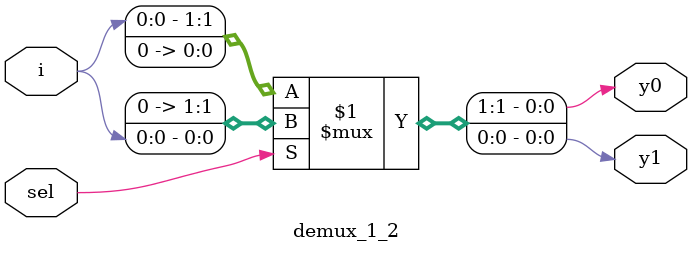
<source format=v>
`timescale 1ns / 1ps

module demux_1_2(
    input sel,
    input i,
    output y0, y1
    );    
    assign {y0,y1} = sel?{1'b0,i}: {i,1'b0};
endmodule

</source>
